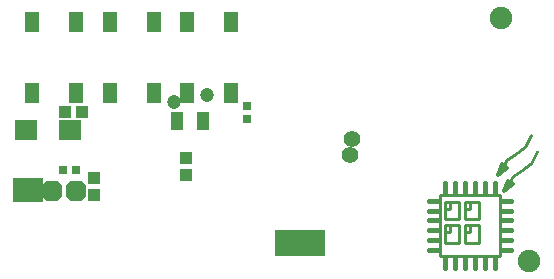
<source format=gbs>
G04 Layer_Color=16711935*
%FSLAX25Y25*%
%MOIN*%
G70*
G01*
G75*
%ADD45C,0.00984*%
%ADD46C,0.01575*%
%ADD47C,0.01181*%
%ADD53C,0.04724*%
%ADD64C,0.01000*%
%ADD68R,0.04331X0.03937*%
%ADD69R,0.03937X0.04331*%
%ADD94R,0.02756X0.03150*%
%ADD95R,0.03150X0.02756*%
%ADD102C,0.07480*%
%ADD103C,0.05512*%
%ADD104R,0.09843X0.07874*%
%ADD105R,0.16535X0.08661*%
G04:AMPARAMS|DCode=106|XSize=66.93mil|YSize=66.93mil|CornerRadius=0mil|HoleSize=0mil|Usage=FLASHONLY|Rotation=90.000|XOffset=0mil|YOffset=0mil|HoleType=Round|Shape=Octagon|*
%AMOCTAGOND106*
4,1,8,0.01673,0.03347,-0.01673,0.03347,-0.03347,0.01673,-0.03347,-0.01673,-0.01673,-0.03347,0.01673,-0.03347,0.03347,-0.01673,0.03347,0.01673,0.01673,0.03347,0.0*
%
%ADD106OCTAGOND106*%

%ADD107R,0.04724X0.06693*%
%ADD108R,0.07677X0.06693*%
%ADD109R,0.03937X0.06299*%
D45*
X144783Y-66339D02*
X149508D01*
Y-72244D02*
Y-66339D01*
X144783Y-72244D02*
X149508D01*
X144783D02*
Y-66339D01*
Y-68701D02*
X146358D01*
Y-66339D01*
X153051Y-68701D02*
Y-66339D01*
X151476Y-68701D02*
X153051D01*
X151476Y-72244D02*
Y-66339D01*
Y-72244D02*
X156201D01*
Y-66339D01*
X151476D02*
X156201D01*
X146358Y-76575D02*
Y-74213D01*
X144783Y-76575D02*
X146358D01*
X144783Y-80118D02*
Y-74213D01*
Y-80118D02*
X149508D01*
Y-74213D01*
X144783D02*
X149508D01*
X153051Y-76575D02*
Y-74213D01*
X151476Y-76575D02*
X153051D01*
X151476Y-80118D02*
Y-74213D01*
Y-80118D02*
X156201D01*
Y-74213D01*
X151476D02*
X156201D01*
X143209Y-63976D02*
X162894D01*
Y-84449D02*
Y-63976D01*
X143209Y-84449D02*
X162894D01*
X143209D02*
Y-63976D01*
D46*
X144783Y-63583D02*
Y-60039D01*
X148091Y-63583D02*
Y-60039D01*
X151398Y-63583D02*
Y-60039D01*
X154705Y-63583D02*
Y-60039D01*
X158012Y-63583D02*
Y-60039D01*
X161319Y-63583D02*
Y-60039D01*
X139272Y-65945D02*
X142815D01*
X139272Y-69252D02*
X142815D01*
X139272Y-72559D02*
X142815D01*
X139272Y-75866D02*
X142815D01*
X139272Y-79173D02*
X142815D01*
X139272Y-82480D02*
X142815D01*
X163287Y-65945D02*
X166831D01*
X163287Y-69252D02*
X166831D01*
X163287Y-72559D02*
X166831D01*
X163287Y-75866D02*
X166831D01*
X163287Y-79173D02*
X166831D01*
X163287Y-82480D02*
X166831D01*
X144783Y-88386D02*
Y-84842D01*
X148091Y-88386D02*
Y-84842D01*
X151398Y-88386D02*
Y-84842D01*
X154705Y-88386D02*
Y-84842D01*
X158012Y-88386D02*
Y-84842D01*
X161319Y-88386D02*
Y-84842D01*
D47*
X164469Y-62795D02*
X166043Y-60433D01*
X164469Y-62795D02*
X165650Y-59252D01*
X167224Y-60433D01*
X164469Y-62795D02*
X167224Y-60433D01*
X162500Y-57284D02*
X164075Y-54921D01*
X162500Y-57284D02*
X163681Y-53740D01*
X165256Y-54921D01*
X162500Y-57284D02*
X165256Y-54921D01*
D53*
X54331Y-33169D02*
D03*
X65551Y-30709D02*
D03*
D64*
X170372Y-56096D02*
G03*
X165650Y-61221I2627J-7159D01*
G01*
X170372Y-56096D02*
G03*
X175528Y-49793I-3841J8402D01*
G01*
X168403Y-50584D02*
G03*
X163681Y-55709I2627J-7159D01*
G01*
X168403Y-50584D02*
G03*
X173559Y-44281I-3841J8402D01*
G01*
D68*
X58268Y-51772D02*
D03*
Y-57284D02*
D03*
X27854Y-58465D02*
D03*
Y-63976D02*
D03*
D69*
X23622Y-36319D02*
D03*
X18110D02*
D03*
D94*
X78642Y-34468D02*
D03*
Y-38760D02*
D03*
D95*
X17441Y-55709D02*
D03*
X21732D02*
D03*
D102*
X163287Y-4921D02*
D03*
X172835Y-86122D02*
D03*
D103*
X113681Y-45571D02*
D03*
X113091Y-50886D02*
D03*
D104*
X5709Y-62303D02*
D03*
D105*
X96260Y-79921D02*
D03*
D106*
X13878Y-62697D02*
D03*
X21654Y-62795D02*
D03*
D107*
X47589Y-6496D02*
D03*
Y-30118D02*
D03*
X33022D02*
D03*
Y-6496D02*
D03*
X21752D02*
D03*
Y-30118D02*
D03*
X7185D02*
D03*
Y-6496D02*
D03*
X73425D02*
D03*
Y-30118D02*
D03*
X58858D02*
D03*
Y-6496D02*
D03*
D108*
X19783Y-42520D02*
D03*
X5020D02*
D03*
D109*
X64075Y-39272D02*
D03*
X55413D02*
D03*
M02*

</source>
